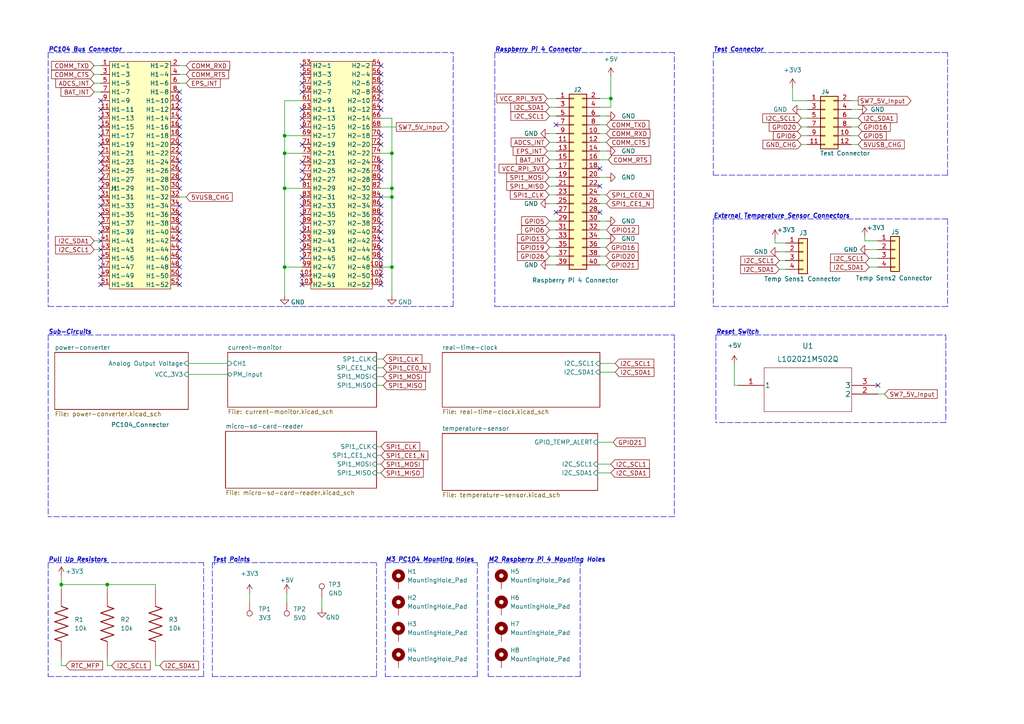
<source format=kicad_sch>
(kicad_sch (version 20211123) (generator eeschema)
  (paper "A4")
  (lib_symbols
    (symbol "Connector:TestPoint" (pin_numbers hide) (pin_names (offset 0.762) hide)
      (property "Reference" "TP" (at 0 6.858 0))
      (property "Value" "TestPoint" (at 0 5.08 0))
      (symbol "TestPoint_0_1"
        (circle (center 0 3.302) (radius 0.762))
      )
      (symbol "TestPoint_1_1"
        (pin passive line (at 0 0 90) (length 2.54) (name "1") (number "1"))
      )
    )
    (symbol "Connector_Generic:Conn_01x04" (pin_names (offset 1.016) hide)
      (property "Reference" "J" (at 0 5.08 0))
      (property "Value" "Conn_01x04" (at 0 -7.62 0))
      (symbol "Conn_01x04_1_1"
        (rectangle (start -1.27 -4.953) (end 0 -5.207) (stroke (width 0.1524)))
        (rectangle (start -1.27 -2.413) (end 0 -2.667) (stroke (width 0.1524)))
        (rectangle (start -1.27 0.127) (end 0 -0.127) (stroke (width 0.1524)))
        (rectangle (start -1.27 2.667) (end 0 2.413) (stroke (width 0.1524)))
        (rectangle (start -1.27 3.81) (end 1.27 -6.35) (stroke (width 0.254)) (fill (type background)))
        (pin passive line (at -5.08 2.54 0) (length 3.81) (name "Pin_1") (number "1"))
        (pin passive line (at -5.08 0 0) (length 3.81) (name "Pin_2") (number "2"))
        (pin passive line (at -5.08 -2.54 0) (length 3.81) (name "Pin_3") (number "3"))
        (pin passive line (at -5.08 -5.08 0) (length 3.81) (name "Pin_4") (number "4"))
      )
    )
    (symbol "Connector_Generic:Conn_02x06_Odd_Even" (pin_names (offset 1.016) hide)
      (property "Reference" "J" (at 1.27 7.62 0))
      (property "Value" "Conn_02x06_Odd_Even" (at 1.27 -10.16 0))
      (symbol "Conn_02x06_Odd_Even_1_1"
        (rectangle (start -1.27 -7.493) (end 0 -7.747) (stroke (width 0.1524)))
        (rectangle (start -1.27 -4.953) (end 0 -5.207) (stroke (width 0.1524)))
        (rectangle (start -1.27 -2.413) (end 0 -2.667) (stroke (width 0.1524)))
        (rectangle (start -1.27 0.127) (end 0 -0.127) (stroke (width 0.1524)))
        (rectangle (start -1.27 2.667) (end 0 2.413) (stroke (width 0.1524)))
        (rectangle (start -1.27 5.207) (end 0 4.953) (stroke (width 0.1524)))
        (rectangle (start -1.27 6.35) (end 3.81 -8.89) (stroke (width 0.254)) (fill (type background)))
        (rectangle (start 3.81 -7.493) (end 2.54 -7.747) (stroke (width 0.1524)))
        (rectangle (start 3.81 -4.953) (end 2.54 -5.207) (stroke (width 0.1524)))
        (rectangle (start 3.81 -2.413) (end 2.54 -2.667) (stroke (width 0.1524)))
        (rectangle (start 3.81 0.127) (end 2.54 -0.127) (stroke (width 0.1524)))
        (rectangle (start 3.81 2.667) (end 2.54 2.413) (stroke (width 0.1524)))
        (rectangle (start 3.81 5.207) (end 2.54 4.953) (stroke (width 0.1524)))
        (pin passive line (at -5.08 5.08 0) (length 3.81) (name "Pin_1") (number "1"))
        (pin passive line (at 7.62 -5.08 180) (length 3.81) (name "Pin_10") (number "10"))
        (pin passive line (at -5.08 -7.62 0) (length 3.81) (name "Pin_11") (number "11"))
        (pin passive line (at 7.62 -7.62 180) (length 3.81) (name "Pin_12") (number "12"))
        (pin passive line (at 7.62 5.08 180) (length 3.81) (name "Pin_2") (number "2"))
        (pin passive line (at -5.08 2.54 0) (length 3.81) (name "Pin_3") (number "3"))
        (pin passive line (at 7.62 2.54 180) (length 3.81) (name "Pin_4") (number "4"))
        (pin passive line (at -5.08 0 0) (length 3.81) (name "Pin_5") (number "5"))
        (pin passive line (at 7.62 0 180) (length 3.81) (name "Pin_6") (number "6"))
        (pin passive line (at -5.08 -2.54 0) (length 3.81) (name "Pin_7") (number "7"))
        (pin passive line (at 7.62 -2.54 180) (length 3.81) (name "Pin_8") (number "8"))
        (pin passive line (at -5.08 -5.08 0) (length 3.81) (name "Pin_9") (number "9"))
      )
    )
    (symbol "Connector_Generic:Conn_02x20_Odd_Even" (pin_names (offset 1.016) hide)
      (property "Reference" "J" (at 1.27 25.4 0))
      (property "Value" "Conn_02x20_Odd_Even" (at 1.27 -27.94 0))
      (symbol "Conn_02x20_Odd_Even_1_1"
        (rectangle (start -1.27 -25.273) (end 0 -25.527) (stroke (width 0.1524)))
        (rectangle (start -1.27 -22.733) (end 0 -22.987) (stroke (width 0.1524)))
        (rectangle (start -1.27 -20.193) (end 0 -20.447) (stroke (width 0.1524)))
        (rectangle (start -1.27 -17.653) (end 0 -17.907) (stroke (width 0.1524)))
        (rectangle (start -1.27 -15.113) (end 0 -15.367) (stroke (width 0.1524)))
        (rectangle (start -1.27 -12.573) (end 0 -12.827) (stroke (width 0.1524)))
        (rectangle (start -1.27 -10.033) (end 0 -10.287) (stroke (width 0.1524)))
        (rectangle (start -1.27 -7.493) (end 0 -7.747) (stroke (width 0.1524)))
        (rectangle (start -1.27 -4.953) (end 0 -5.207) (stroke (width 0.1524)))
        (rectangle (start -1.27 -2.413) (end 0 -2.667) (stroke (width 0.1524)))
        (rectangle (start -1.27 0.127) (end 0 -0.127) (stroke (width 0.1524)))
        (rectangle (start -1.27 2.667) (end 0 2.413) (stroke (width 0.1524)))
        (rectangle (start -1.27 5.207) (end 0 4.953) (stroke (width 0.1524)))
        (rectangle (start -1.27 7.747) (end 0 7.493) (stroke (width 0.1524)))
        (rectangle (start -1.27 10.287) (end 0 10.033) (stroke (width 0.1524)))
        (rectangle (start -1.27 12.827) (end 0 12.573) (stroke (width 0.1524)))
        (rectangle (start -1.27 15.367) (end 0 15.113) (stroke (width 0.1524)))
        (rectangle (start -1.27 17.907) (end 0 17.653) (stroke (width 0.1524)))
        (rectangle (start -1.27 20.447) (end 0 20.193) (stroke (width 0.1524)))
        (rectangle (start -1.27 22.987) (end 0 22.733) (stroke (width 0.1524)))
        (rectangle (start -1.27 24.13) (end 3.81 -26.67) (stroke (width 0.254)) (fill (type background)))
        (rectangle (start 3.81 -25.273) (end 2.54 -25.527) (stroke (width 0.1524)))
        (rectangle (start 3.81 -22.733) (end 2.54 -22.987) (stroke (width 0.1524)))
        (rectangle (start 3.81 -20.193) (end 2.54 -20.447) (stroke (width 0.1524)))
        (rectangle (start 3.81 -17.653) (end 2.54 -17.907) (stroke (width 0.1524)))
        (rectangle (start 3.81 -15.113) (end 2.54 -15.367) (stroke (width 0.1524)))
        (rectangle (start 3.81 -12.573) (end 2.54 -12.827) (stroke (width 0.1524)))
        (rectangle (start 3.81 -10.033) (end 2.54 -10.287) (stroke (width 0.1524)))
        (rectangle (start 3.81 -7.493) (end 2.54 -7.747) (stroke (width 0.1524)))
        (rectangle (start 3.81 -4.953) (end 2.54 -5.207) (stroke (width 0.1524)))
        (rectangle (start 3.81 -2.413) (end 2.54 -2.667) (stroke (width 0.1524)))
        (rectangle (start 3.81 0.127) (end 2.54 -0.127) (stroke (width 0.1524)))
        (rectangle (start 3.81 2.667) (end 2.54 2.413) (stroke (width 0.1524)))
        (rectangle (start 3.81 5.207) (end 2.54 4.953) (stroke (width 0.1524)))
        (rectangle (start 3.81 7.747) (end 2.54 7.493) (stroke (width 0.1524)))
        (rectangle (start 3.81 10.287) (end 2.54 10.033) (stroke (width 0.1524)))
        (rectangle (start 3.81 12.827) (end 2.54 12.573) (stroke (width 0.1524)))
        (rectangle (start 3.81 15.367) (end 2.54 15.113) (stroke (width 0.1524)))
        (rectangle (start 3.81 17.907) (end 2.54 17.653) (stroke (width 0.1524)))
        (rectangle (start 3.81 20.447) (end 2.54 20.193) (stroke (width 0.1524)))
        (rectangle (start 3.81 22.987) (end 2.54 22.733) (stroke (width 0.1524)))
        (pin passive line (at -5.08 22.86 0) (length 3.81) (name "Pin_1") (number "1"))
        (pin passive line (at 7.62 12.7 180) (length 3.81) (name "Pin_10") (number "10"))
        (pin passive line (at -5.08 10.16 0) (length 3.81) (name "Pin_11") (number "11"))
        (pin passive line (at 7.62 10.16 180) (length 3.81) (name "Pin_12") (number "12"))
        (pin passive line (at -5.08 7.62 0) (length 3.81) (name "Pin_13") (number "13"))
        (pin passive line (at 7.62 7.62 180) (length 3.81) (name "Pin_14") (number "14"))
        (pin passive line (at -5.08 5.08 0) (length 3.81) (name "Pin_15") (number "15"))
        (pin passive line (at 7.62 5.08 180) (length 3.81) (name "Pin_16") (number "16"))
        (pin passive line (at -5.08 2.54 0) (length 3.81) (name "Pin_17") (number "17"))
        (pin passive line (at 7.62 2.54 180) (length 3.81) (name "Pin_18") (number "18"))
        (pin passive line (at -5.08 0 0) (length 3.81) (name "Pin_19") (number "19"))
        (pin passive line (at 7.62 22.86 180) (length 3.81) (name "Pin_2") (number "2"))
        (pin passive line (at 7.62 0 180) (length 3.81) (name "Pin_20") (number "20"))
        (pin passive line (at -5.08 -2.54 0) (length 3.81) (name "Pin_21") (number "21"))
        (pin passive line (at 7.62 -2.54 180) (length 3.81) (name "Pin_22") (number "22"))
        (pin passive line (at -5.08 -5.08 0) (length 3.81) (name "Pin_23") (number "23"))
        (pin passive line (at 7.62 -5.08 180) (length 3.81) (name "Pin_24") (number "24"))
        (pin passive line (at -5.08 -7.62 0) (length 3.81) (name "Pin_25") (number "25"))
        (pin passive line (at 7.62 -7.62 180) (length 3.81) (name "Pin_26") (number "26"))
        (pin passive line (at -5.08 -10.16 0) (length 3.81) (name "Pin_27") (number "27"))
        (pin passive line (at 7.62 -10.16 180) (length 3.81) (name "Pin_28") (number "28"))
        (pin passive line (at -5.08 -12.7 0) (length 3.81) (name "Pin_29") (number "29"))
        (pin passive line (at -5.08 20.32 0) (length 3.81) (name "Pin_3") (number "3"))
        (pin passive line (at 7.62 -12.7 180) (length 3.81) (name "Pin_30") (number "30"))
        (pin passive line (at -5.08 -15.24 0) (length 3.81) (name "Pin_31") (number "31"))
        (pin passive line (at 7.62 -15.24 180) (length 3.81) (name "Pin_32") (number "32"))
        (pin passive line (at -5.08 -17.78 0) (length 3.81) (name "Pin_33") (number "33"))
        (pin passive line (at 7.62 -17.78 180) (length 3.81) (name "Pin_34") (number "34"))
        (pin passive line (at -5.08 -20.32 0) (length 3.81) (name "Pin_35") (number "35"))
        (pin passive line (at 7.62 -20.32 180) (length 3.81) (name "Pin_36") (number "36"))
        (pin passive line (at -5.08 -22.86 0) (length 3.81) (name "Pin_37") (number "37"))
        (pin passive line (at 7.62 -22.86 180) (length 3.81) (name "Pin_38") (number "38"))
        (pin passive line (at -5.08 -25.4 0) (length 3.81) (name "Pin_39") (number "39"))
        (pin passive line (at 7.62 20.32 180) (length 3.81) (name "Pin_4") (number "4"))
        (pin passive line (at 7.62 -25.4 180) (length 3.81) (name "Pin_40") (number "40"))
        (pin passive line (at -5.08 17.78 0) (length 3.81) (name "Pin_5") (number "5"))
        (pin passive line (at 7.62 17.78 180) (length 3.81) (name "Pin_6") (number "6"))
        (pin passive line (at -5.08 15.24 0) (length 3.81) (name "Pin_7") (number "7"))
        (pin passive line (at 7.62 15.24 180) (length 3.81) (name "Pin_8") (number "8"))
        (pin passive line (at -5.08 12.7 0) (length 3.81) (name "Pin_9") (number "9"))
      )
    )
    (symbol "Daughterboard_Symbols:L102021MS02Q" (pin_names (offset 0.254))
      (property "Reference" "U" (at 20.32 10.16 0))
      (property "Value" "L102021MS02Q" (at 20.32 7.62 0))
      (symbol "L102021MS02Q_1_1"
        (polyline (pts (xy 7.62 -7.62) (xy 33.02 -7.62)) (stroke (width 0.127)))
        (polyline (pts (xy 7.62 5.08) (xy 7.62 -7.62)) (stroke (width 0.127)))
        (polyline (pts (xy 33.02 -7.62) (xy 33.02 5.08)) (stroke (width 0.127)))
        (polyline (pts (xy 33.02 5.08) (xy 7.62 5.08)) (stroke (width 0.127)))
        (pin unspecified line (at 0 0 0) (length 7.62) (name "1") (number "1"))
        (pin unspecified line (at 40.64 -2.54 180) (length 7.62) (name "2") (number "2"))
        (pin unspecified line (at 40.64 0 180) (length 7.62) (name "3") (number "3"))
      )
    )
    (symbol "ESR03EZPF1002:ESR03EZPF1002" (pin_numbers hide) (pin_names (offset 1.016) hide)
      (property "Reference" "R" (at -7.62 2.54 0))
      (property "Value" "ESR03EZPF1002" (at -7.62 -5.08 0))
      (symbol "ESR03EZPF1002_0_0"
        (polyline (pts (xy -5.08 0) (xy -4.445 1.905)) (stroke (width 0.254)))
        (polyline (pts (xy -4.445 1.905) (xy -3.175 -1.905)) (stroke (width 0.254)))
        (polyline (pts (xy -3.175 -1.905) (xy -1.905 1.905)) (stroke (width 0.254)))
        (polyline (pts (xy -1.905 1.905) (xy -0.635 -1.905)) (stroke (width 0.254)))
        (polyline (pts (xy -0.635 -1.905) (xy 0.635 1.905)) (stroke (width 0.254)))
        (polyline (pts (xy 0.635 1.905) (xy 1.905 -1.905)) (stroke (width 0.254)))
        (polyline (pts (xy 1.905 -1.905) (xy 3.175 1.905)) (stroke (width 0.254)))
        (polyline (pts (xy 3.175 1.905) (xy 4.445 -1.905)) (stroke (width 0.254)))
        (polyline (pts (xy 4.445 -1.905) (xy 5.08 0)) (stroke (width 0.254)))
        (pin passive line (at -10.16 0 0) (length 5.08) (name "~") (number "1"))
        (pin passive line (at 10.16 0 180) (length 5.08) (name "~") (number "2"))
      )
    )
    (symbol "Mechanical:MountingHole_Pad" (pin_numbers hide) (pin_names (offset 1.016) hide)
      (property "Reference" "H" (at 0 6.35 0))
      (property "Value" "MountingHole_Pad" (at 0 4.445 0))
      (symbol "MountingHole_Pad_0_1"
        (circle (center 0 1.27) (radius 1.27) (stroke (width 1.27)))
      )
      (symbol "MountingHole_Pad_1_1"
        (pin input line (at 0 -2.54 90) (length 2.54) (name "1") (number "1"))
      )
    )
    (symbol "pc104-connector:pc104-connector"
      (property "Reference" "U" (at -36.83 36.83 0))
      (property "Value" "pc104-connector" (at -29.21 -31.75 0))
      (symbol "pc104-connector_0_1"
        (rectangle (start -38.1 35.56) (end -20.32 -30.48) (fill (type background)))
        (rectangle (start 20.32 35.56) (end 38.1 -30.48) (fill (type background)))
      )
      (symbol "pc104-connector_1_1"
        (pin bidirectional line (at -40.64 34.29 0) (length 2.54) (name "H1-1") (number "1"))
        (pin bidirectional line (at -17.78 24.13 180) (length 2.54) (name "H1-10") (number "10"))
        (pin bidirectional line (at 40.64 -24.13 180) (length 2.54) (name "H2-48") (number "100"))
        (pin bidirectional line (at 17.78 -26.67 0) (length 2.54) (name "H2-49") (number "101"))
        (pin bidirectional line (at 40.64 -26.67 180) (length 2.54) (name "H2-50") (number "102"))
        (pin bidirectional line (at 17.78 -29.21 0) (length 2.54) (name "H2-51") (number "103"))
        (pin bidirectional line (at 40.64 -29.21 180) (length 2.54) (name "H2-52") (number "104"))
        (pin bidirectional line (at -40.64 21.59 0) (length 2.54) (name "H1-11") (number "11"))
        (pin bidirectional line (at -17.78 21.59 180) (length 2.54) (name "H1-12") (number "12"))
        (pin bidirectional line (at -40.64 19.05 0) (length 2.54) (name "H1-13") (number "13"))
        (pin bidirectional line (at -17.78 19.05 180) (length 2.54) (name "H1-14") (number "14"))
        (pin bidirectional line (at -40.64 16.51 0) (length 2.54) (name "H1-15") (number "15"))
        (pin bidirectional line (at -17.78 16.51 180) (length 2.54) (name "H1-16") (number "16"))
        (pin bidirectional line (at -40.64 13.97 0) (length 2.54) (name "H1-17") (number "17"))
        (pin bidirectional line (at -17.78 13.97 180) (length 2.54) (name "H1-18") (number "18"))
        (pin bidirectional line (at -40.64 11.43 0) (length 2.54) (name "H1-19") (number "19"))
        (pin bidirectional line (at -17.78 34.29 180) (length 2.54) (name "H1-2") (number "2"))
        (pin bidirectional line (at -17.78 11.43 180) (length 2.54) (name "H1-20") (number "20"))
        (pin bidirectional line (at -40.64 8.89 0) (length 2.54) (name "H1-21") (number "21"))
        (pin bidirectional line (at -17.78 8.89 180) (length 2.54) (name "H1-22") (number "22"))
        (pin bidirectional line (at -40.64 6.35 0) (length 2.54) (name "H1-23") (number "23"))
        (pin bidirectional line (at -17.78 6.35 180) (length 2.54) (name "H1-24") (number "24"))
        (pin bidirectional line (at -40.64 3.81 0) (length 2.54) (name "H1-25") (number "25"))
        (pin bidirectional line (at -17.78 3.81 180) (length 2.54) (name "H1-26") (number "26"))
        (pin bidirectional line (at -40.64 1.27 0) (length 2.54) (name "H1-27") (number "27"))
        (pin bidirectional line (at -17.78 1.27 180) (length 2.54) (name "H1-28") (number "28"))
        (pin bidirectional line (at -40.64 -1.27 0) (length 2.54) (name "H1-29") (number "29"))
        (pin bidirectional line (at -40.64 31.75 0) (length 2.54) (name "H1-3") (number "3"))
        (pin bidirectional line (at -17.78 -1.27 180) (length 2.54) (name "H1-30") (number "30"))
        (pin bidirectional line (at -40.64 -3.81 0) (length 2.54) (name "H1-31") (number "31"))
        (pin bidirectional line (at -17.78 -3.81 180) (length 2.54) (name "H1-32") (number "32"))
        (pin bidirectional line (at -40.64 -6.35 0) (length 2.54) (name "H1-33") (number "33"))
        (pin bidirectional line (at -17.78 -6.35 180) (length 2.54) (name "H1-34") (number "34"))
        (pin bidirectional line (at -40.64 -8.89 0) (length 2.54) (name "H1-35") (number "35"))
        (pin bidirectional line (at -17.78 -8.89 180) (length 2.54) (name "H1-36") (number "36"))
        (pin bidirectional line (at -40.64 -11.43 0) (length 2.54) (name "H1-37") (number "37"))
        (pin bidirectional line (at -17.78 -11.43 180) (length 2.54) (name "H1-38") (number "38"))
        (pin bidirectional line (at -40.64 -13.97 0) (length 2.54) (name "H1-39") (number "39"))
        (pin bidirectional line (at -17.78 31.75 180) (length 2.54) (name "H1-4") (number "4"))
        (pin bidirectional line (at -17.78 -13.97 180) (length 2.54) (name "H1-40") (number "40"))
        (pin bidirectional line (at -40.64 -16.51 0) (length 2.54) (name "H1-41") (number "41"))
        (pin bidirectional line (at -17.78 -16.51 180) (length 2.54) (name "H1-42") (number "42"))
        (pin bidirectional line (at -40.64 -19.05 0) (length 2.54) (name "H1-43") (number "43"))
        (pin bidirectional line (at -17.78 -19.05 180) (length 2.54) (name "H1-44") (number "44"))
        (pin bidirectional line (at -40.64 -21.59 0) (length 2.54) (name "H1-45") (number "45"))
        (pin bidirectional line (at -17.78 -21.59 180) (length 2.54) (name "H1-46") (number "46"))
        (pin bidirectional line (at -40.64 -24.13 0) (length 2.54) (name "H1-47") (number "47"))
        (pin bidirectional line (at -17.78 -24.13 180) (length 2.54) (name "H1-48") (number "48"))
        (pin bidirectional line (at -40.64 -26.67 0) (length 2.54) (name "H1-49") (number "49"))
        (pin bidirectional line (at -40.64 29.21 0) (length 2.54) (name "H1-5") (number "5"))
        (pin bidirectional line (at -17.78 -26.67 180) (length 2.54) (name "H1-50") (number "50"))
        (pin bidirectional line (at -40.64 -29.21 0) (length 2.54) (name "H1-51") (number "51"))
        (pin bidirectional line (at -17.78 -29.21 180) (length 2.54) (name "H1-52") (number "52"))
        (pin bidirectional line (at 17.78 34.29 0) (length 2.54) (name "H2-1") (number "53"))
        (pin bidirectional line (at 40.64 34.29 180) (length 2.54) (name "H2-2") (number "54"))
        (pin bidirectional line (at 17.78 31.75 0) (length 2.54) (name "H3-3") (number "55"))
        (pin bidirectional line (at 40.64 31.75 180) (length 2.54) (name "H2-4") (number "56"))
        (pin bidirectional line (at 17.78 29.21 0) (length 2.54) (name "H2-5") (number "57"))
        (pin bidirectional line (at 40.64 29.21 180) (length 2.54) (name "H2-6") (number "58"))
        (pin bidirectional line (at 17.78 26.67 0) (length 2.54) (name "H2-7") (number "59"))
        (pin bidirectional line (at -17.78 29.21 180) (length 2.54) (name "H1-6") (number "6"))
        (pin bidirectional line (at 40.64 26.67 180) (length 2.54) (name "H2-8") (number "60"))
        (pin bidirectional line (at 17.78 24.13 0) (length 2.54) (name "H2-9") (number "61"))
        (pin bidirectional line (at 40.64 24.13 180) (length 2.54) (name "H2-10") (number "62"))
        (pin bidirectional line (at 17.78 21.59 0) (length 2.54) (name "H2-11") (number "63"))
        (pin bidirectional line (at 40.64 21.59 180) (length 2.54) (name "H2-12") (number "64"))
        (pin bidirectional line (at 17.78 19.05 0) (length 2.54) (name "H2-13") (number "65"))
        (pin bidirectional line (at 40.64 19.05 180) (length 2.54) (name "H2-14") (number "66"))
        (pin bidirectional line (at 17.78 16.51 0) (length 2.54) (name "H2-15") (number "67"))
        (pin bidirectional line (at 40.64 16.51 180) (length 2.54) (name "H2-16") (number "68"))
        (pin bidirectional line (at 17.78 13.97 0) (length 2.54) (name "H2-17") (number "69"))
        (pin bidirectional line (at -40.64 26.67 0) (length 2.54) (name "H1-7") (number "7"))
        (pin bidirectional line (at 40.64 13.97 180) (length 2.54) (name "H2-18") (number "70"))
        (pin bidirectional line (at 17.78 11.43 0) (length 2.54) (name "H2-19") (number "71"))
        (pin bidirectional line (at 40.64 11.43 180) (length 2.54) (name "H2-20") (number "72"))
        (pin bidirectional line (at 17.78 8.89 0) (length 2.54) (name "H2-21") (number "73"))
        (pin bidirectional line (at 40.64 8.89 180) (length 2.54) (name "H2-22") (number "74"))
        (pin bidirectional line (at 17.78 6.35 0) (length 2.54) (name "H2-23") (number "75"))
        (pin bidirectional line (at 40.64 6.35 180) (length 2.54) (name "H2-24") (number "76"))
        (pin bidirectional line (at 17.78 3.81 0) (length 2.54) (name "H2-25") (number "77"))
        (pin bidirectional line (at 40.64 3.81 180) (length 2.54) (name "H2-26") (number "78"))
        (pin bidirectional line (at 17.78 1.27 0) (length 2.54) (name "H2-27") (number "79"))
        (pin bidirectional line (at -17.78 26.67 180) (length 2.54) (name "H1-8") (number "8"))
        (pin bidirectional line (at 40.64 1.27 180) (length 2.54) (name "H2-28") (number "80"))
        (pin bidirectional line (at 17.78 -1.27 0) (length 2.54) (name "H2-29") (number "81"))
        (pin bidirectional line (at 40.64 -1.27 180) (length 2.54) (name "H2-30") (number "82"))
        (pin bidirectional line (at 17.78 -3.81 0) (length 2.54) (name "H2-31") (number "83"))
        (pin bidirectional line (at 40.64 -3.81 180) (length 2.54) (name "H2-32") (number "84"))
        (pin bidirectional line (at 17.78 -6.35 0) (length 2.54) (name "H2-33") (number "85"))
        (pin bidirectional line (at 40.64 -6.35 180) (length 2.54) (name "H2-34") (number "86"))
        (pin bidirectional line (at 17.78 -8.89 0) (length 2.54) (name "H2-35") (number "87"))
        (pin bidirectional line (at 40.64 -8.89 180) (length 2.54) (name "H2-36") (number "88"))
        (pin bidirectional line (at 17.78 -11.43 0) (length 2.54) (name "H2-37") (number "89"))
        (pin bidirectional line (at -40.64 24.13 0) (length 2.54) (name "H1-9") (number "9"))
        (pin bidirectional line (at 40.64 -11.43 180) (length 2.54) (name "H2-38") (number "90"))
        (pin bidirectional line (at 17.78 -13.97 0) (length 2.54) (name "H2-39") (number "91"))
        (pin bidirectional line (at 40.64 -13.97 180) (length 2.54) (name "H2-40") (number "92"))
        (pin bidirectional line (at 17.78 -16.51 0) (length 2.54) (name "H2-41") (number "93"))
        (pin bidirectional line (at 40.64 -16.51 180) (length 2.54) (name "H2-42") (number "94"))
        (pin bidirectional line (at 17.78 -19.05 0) (length 2.54) (name "H2-43") (number "95"))
        (pin bidirectional line (at 40.64 -19.05 180) (length 2.54) (name "H2-44") (number "96"))
        (pin bidirectional line (at 17.78 -21.59 0) (length 2.54) (name "H2-45") (number "97"))
        (pin bidirectional line (at 40.64 -21.59 180) (length 2.54) (name "H2-46") (number "98"))
        (pin bidirectional line (at 17.78 -24.13 0) (length 2.54) (name "H2-47") (number "99"))
      )
    )
    (symbol "power:+3V3" (power) (pin_names (offset 0))
      (property "Value" "+3V3" (at 0 3.556 0))
      (symbol "+3V3_0_1"
        (polyline (pts (xy -0.762 1.27) (xy 0 2.54)))
        (polyline (pts (xy 0 0) (xy 0 2.54)))
        (polyline (pts (xy 0 2.54) (xy 0.762 1.27)))
      )
      (symbol "+3V3_1_1"
        (pin power_in line (at 0 0 90) (length 0) hide (name "+3V3") (number "1"))
      )
    )
    (symbol "power:+5V" (power) (pin_names (offset 0))
      (property "Value" "+5V" (at 0 3.556 0))
      (symbol "+5V_0_1"
        (polyline (pts (xy -0.762 1.27) (xy 0 2.54)))
        (polyline (pts (xy 0 0) (xy 0 2.54)))
        (polyline (pts (xy 0 2.54) (xy 0.762 1.27)))
      )
      (symbol "+5V_1_1"
        (pin power_in line (at 0 0 90) (length 0) hide (name "+5V") (number "1"))
      )
    )
    (symbol "power:GND" (power) (pin_names (offset 0))
      (property "Value" "GND" (at 0 -3.81 0))
      (symbol "GND_0_1"
        (polyline (pts (xy 0 0) (xy 0 -1.27) (xy 1.27 -1.27) (xy 0 -2.54) (xy -1.27 -1.27) (xy 0 -1.27)))
      )
      (symbol "GND_1_1"
        (pin power_in line (at 0 0 270) (length 0) hide (name "GND") (number "1"))
      )
    )
  )
  (junction (at 177.165 28.575))
  (junction (at 113.665 77.47))
  (junction (at 113.665 44.45))
  (junction (at 113.665 54.61))
  (junction (at 82.55 54.61))
  (junction (at 17.78 169.545))
  (junction (at 113.665 57.15))
  (junction (at 82.55 77.47))
  (junction (at 82.55 44.45))
  (junction (at 31.115 169.545))
  (junction (at 82.55 39.37))
  (no_connect (at 52.07 26.67))
  (no_connect (at 29.21 44.45))
  (no_connect (at 52.07 44.45))
  (no_connect (at 52.07 41.91))
  (no_connect (at 52.07 39.37))
  (no_connect (at 52.07 36.83))
  (no_connect (at 52.07 34.29))
  (no_connect (at 52.07 31.75))
  (no_connect (at 29.21 69.85))
  (no_connect (at 29.21 46.99))
  (no_connect (at 29.21 72.39))
  (no_connect (at 29.21 59.69))
  (no_connect (at 29.21 62.23))
  (no_connect (at 29.21 64.77))
  (no_connect (at 29.21 67.31))
  (no_connect (at 29.21 74.93))
  (no_connect (at 29.21 77.47))
  (no_connect (at 29.21 80.01))
  (no_connect (at 29.21 82.55))
  (no_connect (at 52.07 82.55))
  (no_connect (at 52.07 77.47))
  (no_connect (at 52.07 74.93))
  (no_connect (at 52.07 72.39))
  (no_connect (at 52.07 69.85))
  (no_connect (at 52.07 67.31))
  (no_connect (at 52.07 64.77))
  (no_connect (at 52.07 62.23))
  (no_connect (at 52.07 59.69))
  (no_connect (at 29.21 49.53))
  (no_connect (at 29.21 52.07))
  (no_connect (at 29.21 54.61))
  (no_connect (at 29.21 57.15))
  (no_connect (at 52.07 54.61))
  (no_connect (at 52.07 52.07))
  (no_connect (at 52.07 49.53))
  (no_connect (at 52.07 46.99))
  (no_connect (at 52.07 80.01))
  (no_connect (at 87.63 69.85))
  (no_connect (at 87.63 59.69))
  (no_connect (at 87.63 62.23))
  (no_connect (at 87.63 64.77))
  (no_connect (at 87.63 74.93))
  (no_connect (at 87.63 46.99))
  (no_connect (at 87.63 49.53))
  (no_connect (at 87.63 52.07))
  (no_connect (at 87.63 57.15))
  (no_connect (at 87.63 67.31))
  (no_connect (at 87.63 72.39))
  (no_connect (at 87.63 80.01))
  (no_connect (at 87.63 82.55))
  (no_connect (at 110.49 82.55))
  (no_connect (at 110.49 80.01))
  (no_connect (at 110.49 74.93))
  (no_connect (at 110.49 72.39))
  (no_connect (at 110.49 69.85))
  (no_connect (at 110.49 62.23))
  (no_connect (at 110.49 59.69))
  (no_connect (at 110.49 52.07))
  (no_connect (at 254.635 111.76))
  (no_connect (at 52.07 29.21))
  (no_connect (at 87.63 31.75))
  (no_connect (at 87.63 34.29))
  (no_connect (at 87.63 36.83))
  (no_connect (at 87.63 41.91))
  (no_connect (at 87.63 19.05))
  (no_connect (at 87.63 21.59))
  (no_connect (at 87.63 24.13))
  (no_connect (at 87.63 26.67))
  (no_connect (at 110.49 41.91))
  (no_connect (at 110.49 39.37))
  (no_connect (at 110.49 31.75))
  (no_connect (at 110.49 29.21))
  (no_connect (at 110.49 26.67))
  (no_connect (at 110.49 24.13))
  (no_connect (at 110.49 21.59))
  (no_connect (at 110.49 19.05))
  (no_connect (at 173.99 48.895))
  (no_connect (at 161.29 36.195))
  (no_connect (at 29.21 29.21))
  (no_connect (at 29.21 31.75))
  (no_connect (at 29.21 34.29))
  (no_connect (at 29.21 36.83))
  (no_connect (at 29.21 39.37))
  (no_connect (at 29.21 41.91))
  (no_connect (at 173.99 53.975))
  (no_connect (at 173.99 61.595))
  (no_connect (at 161.29 61.595))
  (no_connect (at 110.49 67.31))
  (no_connect (at 110.49 57.15))
  (no_connect (at 110.49 64.77))
  (no_connect (at 110.49 49.53))
  (no_connect (at 110.49 46.99))
  (no_connect (at 110.49 77.47))
  (wire (pts (xy 17.78 191.135) (xy 17.78 193.04)))
  (wire (pts (xy 110.49 54.61) (xy 113.665 54.61)))
  (wire (pts (xy 232.41 39.37) (xy 234.188 39.37)))
  (wire (pts (xy 177.165 28.575) (xy 177.165 22.225)))
  (polyline (pts (xy 206.883 15.24) (xy 206.883 50.8)))
  (wire (pts (xy 252.095 72.39) (xy 254.508 72.39)))
  (wire (pts (xy 27.305 72.39) (xy 29.21 72.39)))
  (polyline (pts (xy 195.58 88.9) (xy 195.58 15.24)))
  (wire (pts (xy 27.305 21.59) (xy 29.21 21.59)))
  (polyline (pts (xy 141.605 196.215) (xy 168.275 196.215)))
  (polyline (pts (xy 61.595 196.215) (xy 109.22 196.215)))
  (wire (pts (xy 226.06 75.565) (xy 227.838 75.565)))
  (wire (pts (xy 175.895 51.435) (xy 173.99 51.435)))
  (wire (pts (xy 248.92 41.91) (xy 246.888 41.91)))
  (polyline (pts (xy 13.97 15.24) (xy 13.97 88.9)))
  (wire (pts (xy 113.665 77.47) (xy 113.665 85.725)))
  (wire (pts (xy 232.41 31.75) (xy 234.188 31.75)))
  (wire (pts (xy 82.55 29.21) (xy 87.63 29.21)))
  (wire (pts (xy 17.78 167.005) (xy 17.78 169.545)))
  (wire (pts (xy 27.305 19.05) (xy 29.21 19.05)))
  (wire (pts (xy 175.895 59.055) (xy 173.99 59.055)))
  (wire (pts (xy 175.895 41.275) (xy 173.99 41.275)))
  (wire (pts (xy 250.825 68.58) (xy 250.825 69.85)))
  (wire (pts (xy 256.54 114.3) (xy 254.635 114.3)))
  (wire (pts (xy 159.385 33.655) (xy 161.29 33.655)))
  (wire (pts (xy 175.895 69.215) (xy 173.99 69.215)))
  (wire (pts (xy 173.99 107.95) (xy 178.435 107.95)))
  (wire (pts (xy 173.99 31.115) (xy 177.165 31.115)))
  (wire (pts (xy 82.55 77.47) (xy 82.55 85.725)))
  (polyline (pts (xy 61.595 163.195) (xy 109.22 163.195)))
  (wire (pts (xy 52.07 19.05) (xy 53.975 19.05)))
  (polyline (pts (xy 61.595 163.195) (xy 61.595 196.215)))
  (wire (pts (xy 224.79 69.215) (xy 224.79 70.485)))
  (polyline (pts (xy 143.51 15.24) (xy 143.51 15.24)))
  (polyline (pts (xy 143.51 15.24) (xy 143.51 88.9)))
  (wire (pts (xy 173.355 134.62) (xy 177.165 134.62)))
  (wire (pts (xy 232.41 36.83) (xy 234.188 36.83)))
  (polyline (pts (xy 59.055 196.215) (xy 59.055 163.195)))
  (wire (pts (xy 45.085 169.545) (xy 45.085 170.815)))
  (wire (pts (xy 82.55 77.47) (xy 87.63 77.47)))
  (wire (pts (xy 110.49 36.83) (xy 114.935 36.83)))
  (polyline (pts (xy 274.828 63.5) (xy 274.828 88.9)))
  (wire (pts (xy 45.085 193.04) (xy 45.085 191.135)))
  (wire (pts (xy 82.55 54.61) (xy 87.63 54.61)))
  (wire (pts (xy 82.55 29.21) (xy 82.55 39.37)))
  (wire (pts (xy 175.768 76.835) (xy 173.99 76.835)))
  (wire (pts (xy 175.895 56.515) (xy 173.99 56.515)))
  (wire (pts (xy 175.895 33.655) (xy 173.99 33.655)))
  (polyline (pts (xy 195.58 149.86) (xy 13.97 149.86)))
  (wire (pts (xy 248.92 34.29) (xy 246.888 34.29)))
  (wire (pts (xy 213.995 111.76) (xy 212.979 111.76)))
  (wire (pts (xy 248.92 39.37) (xy 246.888 39.37)))
  (polyline (pts (xy 111.76 163.195) (xy 111.76 196.215)))
  (wire (pts (xy 252.095 74.93) (xy 254.508 74.93)))
  (wire (pts (xy 159.385 48.895) (xy 161.29 48.895)))
  (polyline (pts (xy 207.645 97.155) (xy 207.645 122.555)))
  (polyline (pts (xy 13.97 88.9) (xy 131.445 88.9)))
  (wire (pts (xy 45.085 193.04) (xy 46.355 193.04)))
  (polyline (pts (xy 206.883 15.24) (xy 274.828 15.24)))
  (wire (pts (xy 17.78 170.815) (xy 17.78 169.545)))
  (wire (pts (xy 229.87 29.21) (xy 234.188 29.21)))
  (polyline (pts (xy 138.43 196.215) (xy 138.43 163.195)))
  (wire (pts (xy 110.49 34.29) (xy 113.665 34.29)))
  (polyline (pts (xy 13.97 163.195) (xy 13.97 196.215)))
  (wire (pts (xy 159.385 69.215) (xy 161.29 69.215)))
  (wire (pts (xy 110.49 57.15) (xy 113.665 57.15)))
  (wire (pts (xy 175.895 38.735) (xy 173.99 38.735)))
  (wire (pts (xy 52.07 21.59) (xy 53.975 21.59)))
  (wire (pts (xy 109.22 111.76) (xy 111.125 111.76)))
  (polyline (pts (xy 206.883 50.8) (xy 274.828 50.8)))
  (polyline (pts (xy 206.883 63.5) (xy 206.883 88.9)))
  (wire (pts (xy 17.78 169.545) (xy 31.115 169.545)))
  (wire (pts (xy 232.41 34.29) (xy 234.188 34.29)))
  (polyline (pts (xy 141.605 163.195) (xy 168.275 163.195)))
  (wire (pts (xy 159.385 76.835) (xy 161.29 76.835)))
  (wire (pts (xy 83.185 172.085) (xy 83.185 174.625)))
  (wire (pts (xy 175.768 71.755) (xy 173.99 71.755)))
  (wire (pts (xy 173.355 128.27) (xy 177.8 128.27)))
  (polyline (pts (xy 168.275 196.215) (xy 168.275 163.195)))
  (wire (pts (xy 159.258 56.515) (xy 161.29 56.515)))
  (polyline (pts (xy 13.97 97.155) (xy 195.58 97.155)))
  (polyline (pts (xy 13.97 163.195) (xy 59.055 163.195)))
  (wire (pts (xy 159.385 31.115) (xy 161.29 31.115)))
  (wire (pts (xy 248.92 29.21) (xy 246.888 29.21)))
  (wire (pts (xy 248.92 31.75) (xy 246.888 31.75)))
  (wire (pts (xy 109.22 106.68) (xy 111.125 106.68)))
  (polyline (pts (xy 195.58 97.155) (xy 195.58 149.86)))
  (wire (pts (xy 110.49 77.47) (xy 113.665 77.47)))
  (wire (pts (xy 54.61 105.41) (xy 66.04 105.41)))
  (polyline (pts (xy 207.645 97.155) (xy 274.32 97.155)))
  (wire (pts (xy 175.895 66.675) (xy 173.99 66.675)))
  (wire (pts (xy 72.39 172.085) (xy 72.39 174.625)))
  (polyline (pts (xy 195.58 15.24) (xy 143.51 15.24)))
  (wire (pts (xy 159.258 53.975) (xy 161.29 53.975)))
  (wire (pts (xy 159.385 46.355) (xy 161.29 46.355)))
  (wire (pts (xy 27.305 24.13) (xy 29.21 24.13)))
  (polyline (pts (xy 274.828 88.9) (xy 206.883 88.9)))
  (wire (pts (xy 226.06 78.105) (xy 227.838 78.105)))
  (polyline (pts (xy 13.97 97.155) (xy 13.97 149.86)))
  (wire (pts (xy 109.22 137.16) (xy 110.49 137.16)))
  (wire (pts (xy 109.22 109.22) (xy 111.125 109.22)))
  (wire (pts (xy 31.115 169.545) (xy 45.085 169.545)))
  (wire (pts (xy 109.22 104.14) (xy 111.125 104.14)))
  (wire (pts (xy 175.895 36.195) (xy 173.99 36.195)))
  (wire (pts (xy 224.79 70.485) (xy 227.838 70.485)))
  (polyline (pts (xy 109.22 196.215) (xy 109.22 163.195)))
  (wire (pts (xy 27.305 26.67) (xy 29.21 26.67)))
  (wire (pts (xy 31.115 191.135) (xy 31.115 193.04)))
  (wire (pts (xy 113.665 57.15) (xy 113.665 77.47)))
  (wire (pts (xy 113.665 44.45) (xy 113.665 54.61)))
  (wire (pts (xy 252.095 77.47) (xy 254.508 77.47)))
  (polyline (pts (xy 141.605 163.195) (xy 141.605 196.215)))
  (wire (pts (xy 229.87 25.4) (xy 229.87 29.21)))
  (wire (pts (xy 109.22 132.08) (xy 110.49 132.08)))
  (wire (pts (xy 175.768 74.295) (xy 173.99 74.295)))
  (polyline (pts (xy 111.76 196.215) (xy 138.43 196.215)))
  (wire (pts (xy 248.92 36.83) (xy 246.888 36.83)))
  (wire (pts (xy 52.07 57.15) (xy 53.975 57.15)))
  (wire (pts (xy 177.165 31.115) (xy 177.165 28.575)))
  (wire (pts (xy 17.78 193.04) (xy 19.05 193.04)))
  (polyline (pts (xy 206.883 63.5) (xy 274.828 63.5)))
  (polyline (pts (xy 62.23 163.195) (xy 62.23 163.83)))
  (wire (pts (xy 173.355 137.16) (xy 177.165 137.16)))
  (wire (pts (xy 110.49 44.45) (xy 113.665 44.45)))
  (wire (pts (xy 212.979 111.76) (xy 212.979 105.664)))
  (wire (pts (xy 159.385 71.755) (xy 161.29 71.755)))
  (wire (pts (xy 158.75 28.575) (xy 161.29 28.575)))
  (wire (pts (xy 232.41 41.91) (xy 234.188 41.91)))
  (polyline (pts (xy 274.32 122.555) (xy 207.645 122.555)))
  (polyline (pts (xy 143.51 88.9) (xy 195.58 88.9)))
  (polyline (pts (xy 13.97 196.215) (xy 59.055 196.215)))
  (wire (pts (xy 54.61 108.585) (xy 66.04 108.585)))
  (wire (pts (xy 159.258 51.435) (xy 161.29 51.435)))
  (wire (pts (xy 52.07 24.13) (xy 53.975 24.13)))
  (wire (pts (xy 113.665 54.61) (xy 113.665 57.15)))
  (wire (pts (xy 250.825 69.85) (xy 254.508 69.85)))
  (wire (pts (xy 82.55 39.37) (xy 82.55 44.45)))
  (wire (pts (xy 82.55 44.45) (xy 82.55 54.61)))
  (wire (pts (xy 175.895 43.815) (xy 173.99 43.815)))
  (wire (pts (xy 159.385 66.675) (xy 161.29 66.675)))
  (wire (pts (xy 159.385 41.275) (xy 161.29 41.275)))
  (wire (pts (xy 31.115 193.04) (xy 32.385 193.04)))
  (polyline (pts (xy 274.828 50.8) (xy 274.828 15.24)))
  (wire (pts (xy 93.345 176.53) (xy 93.345 173.355)))
  (wire (pts (xy 82.55 44.45) (xy 87.63 44.45)))
  (wire (pts (xy 158.75 43.815) (xy 161.29 43.815)))
  (wire (pts (xy 159.385 74.295) (xy 161.29 74.295)))
  (polyline (pts (xy 274.32 97.155) (xy 274.32 122.555)))
  (wire (pts (xy 226.06 73.025) (xy 227.838 73.025)))
  (polyline (pts (xy 13.97 15.24) (xy 131.445 15.24)))
  (polyline (pts (xy 131.445 88.9) (xy 131.445 15.24)))
  (wire (pts (xy 31.115 169.545) (xy 31.115 170.815)))
  (polyline (pts (xy 111.76 163.195) (xy 138.43 163.195)))
  (wire (pts (xy 159.385 59.055) (xy 161.29 59.055)))
  (wire (pts (xy 82.55 39.37) (xy 87.63 39.37)))
  (wire (pts (xy 159.385 38.735) (xy 161.29 38.735)))
  (wire (pts (xy 175.895 64.135) (xy 173.99 64.135)))
  (wire (pts (xy 109.22 134.62) (xy 110.49 134.62)))
  (wire (pts (xy 27.305 69.85) (xy 29.21 69.85)))
  (wire (pts (xy 113.665 34.29) (xy 113.665 44.45)))
  (wire (pts (xy 82.55 54.61) (xy 82.55 77.47)))
  (wire (pts (xy 109.22 129.54) (xy 110.49 129.54)))
  (wire (pts (xy 159.385 64.135) (xy 161.29 64.135)))
  (wire (pts (xy 176.403 46.355) (xy 173.99 46.355)))
  (wire (pts (xy 173.99 28.575) (xy 177.165 28.575)))
  (wire (pts (xy 173.99 105.41) (xy 178.435 105.41)))
  (text "M3 PC104 Mounting Holes\n" (at 111.76 163.195 0) (effects (font (size 1.27 1.27) (thickness 0.254) bold italic) (justify left bottom)))
  (text "Test Points" (at 61.595 163.195 0) (effects (font (size 1.27 1.27) (thickness 0.254) bold italic) (justify left bottom)))
  (text "Raspberry Pi 4 Connector" (at 143.51 15.24 0) (effects (font (size 1.27 1.27) bold italic) (justify left bottom)))
  (text "External Temperature Sensor Connectors\n" (at 206.883 63.5 0) (effects (font (size 1.27 1.27) bold italic) (justify left bottom)))
  (text "Reset Switch" (at 207.645 97.155 0) (effects (font (size 1.27 1.27) bold italic) (justify left bottom)))
  (text "M2 Raspberry Pi 4 Mounting Holes\n" (at 141.605 163.195 0) (effects (font (size 1.27 1.27) (thickness 0.254) bold italic) (justify left bottom)))
  (text "Test Connector" (at 206.883 15.24 0) (effects (font (size 1.27 1.27) bold italic) (justify left bottom)))
  (text "Sub-Circuits" (at 13.97 97.155 0) (effects (font (size 1.27 1.27) (thickness 0.254) bold italic) (justify left bottom)))
  (text "PC104 Bus Connector" (at 13.97 15.24 0) (effects (font (size 1.27 1.27) (thickness 0.254) bold italic) (justify left bottom)))
  (text "Pull Up Resistors" (at 13.97 163.195 0) (effects (font (size 1.27 1.27) (thickness 0.254) bold italic) (justify left bottom)))
  (global_label "SPI1_CLK" (shape input) (at 110.49 129.54 0) (property "Intersheet References" "${INTERSHEET_REFS}" (effects hide)))
  (global_label "GPIO21" (shape input) (at 177.8 128.27 0) (property "Intersheet References" "${INTERSHEET_REFS}" (effects hide)))
  (global_label "BAT_INT" (shape input) (at 159.385 46.355 180) (property "Intersheet References" "${INTERSHEET_REFS}" (effects hide)))
  (global_label "COMM_TXD" (shape input) (at 27.305 19.05 180) (property "Intersheet References" "${INTERSHEET_REFS}" (effects hide)))
  (global_label "GPIO20" (shape input) (at 232.41 36.83 180) (property "Intersheet References" "${INTERSHEET_REFS}" (effects hide)))
  (global_label "COMM_RTS" (shape input) (at 53.975 21.59 0) (property "Intersheet References" "${INTERSHEET_REFS}" (effects hide)))
  (global_label "GPIO13" (shape input) (at 159.385 69.215 180) (property "Intersheet References" "${INTERSHEET_REFS}" (effects hide)))
  (global_label "GPIO5" (shape input) (at 248.92 39.37 0) (property "Intersheet References" "${INTERSHEET_REFS}" (effects hide)))
  (global_label "RTC_MFP" (shape input) (at 19.05 193.04 0) (property "Intersheet References" "${INTERSHEET_REFS}" (effects hide)))
  (global_label "SW7_5V_Input" (shape output) (at 114.935 36.83 0) (property "Intersheet References" "${INTERSHEET_REFS}" (effects hide)))
  (global_label "EPS_INT" (shape input) (at 53.975 24.13 0) (property "Intersheet References" "${INTERSHEET_REFS}" (effects hide)))
  (global_label "GPIO12" (shape input) (at 175.895 66.675 0) (property "Intersheet References" "${INTERSHEET_REFS}" (effects hide)))
  (global_label "GPIO20" (shape input) (at 175.768 74.295 0) (property "Intersheet References" "${INTERSHEET_REFS}" (effects hide)))
  (global_label "I2C_SDA1" (shape input) (at 177.165 137.16 0) (property "Intersheet References" "${INTERSHEET_REFS}" (effects hide)))
  (global_label "SPI1_CE0_N" (shape input) (at 175.895 56.515 0) (property "Intersheet References" "${INTERSHEET_REFS}" (effects hide)))
  (global_label "I2C_SCL1" (shape input) (at 178.435 105.41 0) (property "Intersheet References" "${INTERSHEET_REFS}" (effects hide)))
  (global_label "COMM_RXD" (shape input) (at 53.975 19.05 0) (property "Intersheet References" "${INTERSHEET_REFS}" (effects hide)))
  (global_label "I2C_SCL1" (shape input) (at 252.095 74.93 180) (property "Intersheet References" "${INTERSHEET_REFS}" (effects hide)))
  (global_label "BAT_INT" (shape input) (at 27.305 26.67 180) (property "Intersheet References" "${INTERSHEET_REFS}" (effects hide)))
  (global_label "I2C_SCL1" (shape input) (at 159.385 33.655 180) (property "Intersheet References" "${INTERSHEET_REFS}" (effects hide)))
  (global_label "GPIO5" (shape input) (at 159.385 64.135 180) (property "Intersheet References" "${INTERSHEET_REFS}" (effects hide)))
  (global_label "GPIO6" (shape input) (at 232.41 39.37 180) (property "Intersheet References" "${INTERSHEET_REFS}" (effects hide)))
  (global_label "COMM_CTS" (shape input) (at 27.305 21.59 180) (property "Intersheet References" "${INTERSHEET_REFS}" (effects hide)))
  (global_label "SPI1_CLK" (shape input) (at 159.258 56.515 180) (property "Intersheet References" "${INTERSHEET_REFS}" (effects hide)))
  (global_label "GPIO21" (shape input) (at 175.768 76.835 0) (property "Intersheet References" "${INTERSHEET_REFS}" (effects hide)))
  (global_label "I2C_SDA1" (shape input) (at 248.92 34.29 0) (property "Intersheet References" "${INTERSHEET_REFS}" (effects hide)))
  (global_label "SPI1_CE1_N" (shape input) (at 175.895 59.055 0) (property "Intersheet References" "${INTERSHEET_REFS}" (effects hide)))
  (global_label "I2C_SCL1" (shape input) (at 226.06 75.565 180) (property "Intersheet References" "${INTERSHEET_REFS}" (effects hide)))
  (global_label "I2C_SDA1" (shape input) (at 178.435 107.95 0) (property "Intersheet References" "${INTERSHEET_REFS}" (effects hide)))
  (global_label "SW7_5V_Input" (shape output) (at 248.92 29.21 0) (property "Intersheet References" "${INTERSHEET_REFS}" (effects hide)))
  (global_label "SPI1_CE1_N" (shape input) (at 110.49 132.08 0) (property "Intersheet References" "${INTERSHEET_REFS}" (effects hide)))
  (global_label "ADCS_INT" (shape input) (at 159.385 41.275 180) (property "Intersheet References" "${INTERSHEET_REFS}" (effects hide)))
  (global_label "SPI1_MOSI" (shape input) (at 159.258 51.435 180) (property "Intersheet References" "${INTERSHEET_REFS}" (effects hide)))
  (global_label "I2C_SCL1" (shape input) (at 232.41 34.29 180) (property "Intersheet References" "${INTERSHEET_REFS}" (effects hide)))
  (global_label "I2C_SDA1" (shape input) (at 252.095 77.47 180) (property "Intersheet References" "${INTERSHEET_REFS}" (effects hide)))
  (global_label "GPIO16" (shape input) (at 175.768 71.755 0) (property "Intersheet References" "${INTERSHEET_REFS}" (effects hide)))
  (global_label "COMM_RTS" (shape input) (at 176.403 46.355 0) (property "Intersheet References" "${INTERSHEET_REFS}" (effects hide)))
  (global_label "COMM_TXD" (shape input) (at 175.895 36.195 0) (property "Intersheet References" "${INTERSHEET_REFS}" (effects hide)))
  (global_label "SPI1_MOSI" (shape input) (at 110.49 134.62 0) (property "Intersheet References" "${INTERSHEET_REFS}" (effects hide)))
  (global_label "SPI1_CE0_N" (shape input) (at 111.125 106.68 0) (property "Intersheet References" "${INTERSHEET_REFS}" (effects hide)))
  (global_label "SPI1_MISO" (shape input) (at 159.258 53.975 180) (property "Intersheet References" "${INTERSHEET_REFS}" (effects hide)))
  (global_label "I2C_SDA1" (shape input) (at 27.305 69.85 180) (property "Intersheet References" "${INTERSHEET_REFS}" (effects hide)))
  (global_label "SPI1_MISO" (shape input) (at 110.49 137.16 0) (property "Intersheet References" "${INTERSHEET_REFS}" (effects hide)))
  (global_label "SPI1_CLK" (shape input) (at 111.125 104.14 0) (property "Intersheet References" "${INTERSHEET_REFS}" (effects hide)))
  (global_label "VCC_RPI_3V3" (shape input) (at 158.75 28.575 180) (property "Intersheet References" "${INTERSHEET_REFS}" (effects hide)))
  (global_label "COMM_RXD" (shape input) (at 175.895 38.735 0) (property "Intersheet References" "${INTERSHEET_REFS}" (effects hide)))
  (global_label "VCC_RPI_3V3" (shape input) (at 159.385 48.895 180) (property "Intersheet References" "${INTERSHEET_REFS}" (effects hide)))
  (global_label "SPI1_MOSI" (shape input) (at 111.125 109.22 0) (property "Intersheet References" "${INTERSHEET_REFS}" (effects hide)))
  (global_label "GPIO26" (shape input) (at 159.385 74.295 180) (property "Intersheet References" "${INTERSHEET_REFS}" (effects hide)))
  (global_label "EPS_INT" (shape input) (at 158.75 43.815 180) (property "Intersheet References" "${INTERSHEET_REFS}" (effects hide)))
  (global_label "I2C_SDA1" (shape input) (at 46.355 193.04 0) (property "Intersheet References" "${INTERSHEET_REFS}" (effects hide)))
  (global_label "COMM_CTS" (shape input) (at 175.895 41.275 0) (property "Intersheet References" "${INTERSHEET_REFS}" (effects hide)))
  (global_label "I2C_SCL1" (shape input) (at 32.385 193.04 0) (property "Intersheet References" "${INTERSHEET_REFS}" (effects hide)))
  (global_label "I2C_SCL1" (shape input) (at 27.305 72.39 180) (property "Intersheet References" "${INTERSHEET_REFS}" (effects hide)))
  (global_label "GPIO16" (shape input) (at 248.92 36.83 0) (property "Intersheet References" "${INTERSHEET_REFS}" (effects hide)))
  (global_label "SW7_5V_Input" (shape input) (at 256.54 114.3 0) (property "Intersheet References" "${INTERSHEET_REFS}" (effects hide)))
  (global_label "SPI1_MISO" (shape input) (at 111.125 111.76 0) (property "Intersheet References" "${INTERSHEET_REFS}" (effects hide)))
  (global_label "GPIO19" (shape input) (at 159.385 71.755 180) (property "Intersheet References" "${INTERSHEET_REFS}" (effects hide)))
  (global_label "I2C_SDA1" (shape input) (at 159.385 31.115 180) (property "Intersheet References" "${INTERSHEET_REFS}" (effects hide)))
  (global_label "ADCS_INT" (shape input) (at 27.305 24.13 180) (property "Intersheet References" "${INTERSHEET_REFS}" (effects hide)))
  (global_label "I2C_SDA1" (shape input) (at 226.06 78.105 180) (property "Intersheet References" "${INTERSHEET_REFS}" (effects hide)))
  (global_label "GPIO6" (shape input) (at 159.385 66.675 180) (property "Intersheet References" "${INTERSHEET_REFS}" (effects hide)))
  (global_label "I2C_SCL1" (shape input) (at 177.165 134.62 0) (property "Intersheet References" "${INTERSHEET_REFS}" (effects hide)))
  (global_label "GND_CHG" (shape input) (at 232.41 41.91 180) (property "Intersheet References" "${INTERSHEET_REFS}" (effects hide)))
  (global_label "5VUSB_CHG" (shape input) (at 248.92 41.91 0) (property "Intersheet References" "${INTERSHEET_REFS}" (effects hide)))
  (global_label "5VUSB_CHG" (shape input) (at 53.975 57.15 0) (property "Intersheet References" "${INTERSHEET_REFS}" (effects hide)))
  (symbol (lib_id "Mechanical:MountingHole_Pad") (at 115.57 175.895 0) (unit 1)
    (property "Reference" "H2" (at 118.11 173.3549 0) (effects (justify left)))
    (property "Value" "MountingHole_Pad" (at 118.11 175.8949 0) (effects (justify left)))
    (property "Footprint" "MountingHole:MountingHole_3.2mm_M3_Pad_TopBottom" (effects hide))
  )
  (symbol (lib_id "power:+3V3") (at 224.79 69.215 0) (unit 1)
    (property "Reference" "#PWR0132" (effects hide))
    (property "Value" "+3V3" (at 227.965 66.675 0))
  )
  (symbol (lib_id "Mechanical:MountingHole_Pad") (at 145.415 168.275 0) (unit 1)
    (property "Reference" "H5" (at 147.955 165.7349 0) (effects (justify left)))
    (property "Value" "MountingHole_Pad" (at 147.955 168.2749 0) (effects (justify left)))
    (property "Footprint" "MountingHole:MountingHole_2.2mm_M2_Pad_TopBottom" (effects hide))
  )
  (symbol (lib_id "power:GND") (at 175.895 33.655 90) (unit 1)
    (property "Reference" "#PWR0110" (effects hide))
    (property "Value" "GND" (at 180.213 33.6549 90) (effects (justify right)))
  )
  (symbol (lib_id "power:+3V3") (at 229.87 25.4 0) (unit 1)
    (property "Reference" "#PWR0104" (effects hide))
    (property "Value" "+3V3" (at 229.87 20.32 0))
  )
  (symbol (lib_id "power:GND") (at 159.385 76.835 270) (unit 1)
    (property "Reference" "#PWR0117" (effects hide))
    (property "Value" "GND" (at 156.083 76.8349 90) (effects (justify right)))
  )
  (symbol (lib_id "power:GND") (at 252.095 72.39 270) (unit 1)
    (property "Reference" "#PWR0113" (effects hide))
    (property "Value" "GND" (at 248.793 72.3899 90) (effects (justify right)))
  )
  (symbol (lib_id "power:GND") (at 248.92 31.75 90) (unit 1)
    (property "Reference" "#PWR0102" (effects hide))
    (property "Value" "GND" (at 252.476 31.7499 90) (effects (justify right)))
  )
  (symbol (lib_id "power:GND") (at 175.895 51.435 90) (unit 1)
    (property "Reference" "#PWR0107" (effects hide))
    (property "Value" "GND" (at 180.213 51.4349 90) (effects (justify right)))
  )
  (symbol (lib_id "Connector:TestPoint") (at 93.345 173.355 0) (unit 1)
    (property "Reference" "TP3" (at 95.25 169.545 0) (effects (justify left)))
    (property "Value" "GND" (at 95.25 172.085 0) (effects (justify left)))
    (property "Footprint" "TestPoint:TestPoint_Pad_2.0x2.0mm" (effects hide))
  )
  (symbol (lib_id "Mechanical:MountingHole_Pad") (at 115.57 168.275 0) (unit 1)
    (property "Reference" "H1" (at 118.11 165.7349 0) (effects (justify left)))
    (property "Value" "MountingHole_Pad" (at 118.11 168.2749 0) (effects (justify left)))
    (property "Footprint" "MountingHole:MountingHole_3.2mm_M3_Pad_TopBottom" (effects hide))
  )
  (symbol (lib_id "power:GND") (at 93.345 176.53 0) (unit 1)
    (property "Reference" "#PWR0122" (effects hide))
    (property "Value" "GND" (at 96.52 179.07 0))
  )
  (symbol (lib_id "Connector_Generic:Conn_02x06_Odd_Even") (at 239.268 34.29 0) (unit 1)
    (property "Reference" "J4" (at 239.395 26.67 0))
    (property "Value" "Test Connector" (at 245.11 44.45 0))
    (property "Footprint" "Connector_PinSocket_2.54mm:PinSocket_2x06_P2.54mm_Horizontal" (effects hide))
  )
  (symbol (lib_id "Connector:TestPoint") (at 83.185 174.625 180) (unit 1)
    (property "Reference" "TP2" (at 85.09 176.6569 0) (effects (justify right)))
    (property "Value" "5V0" (at 85.09 179.1969 0) (effects (justify right)))
    (property "Footprint" "TestPoint:TestPoint_Pad_2.0x2.0mm" (effects hide))
  )
  (symbol (lib_id "power:GND") (at 175.895 64.135 90) (unit 1)
    (property "Reference" "#PWR0108" (effects hide))
    (property "Value" "GND" (at 180.213 64.1349 90) (effects (justify right)))
  )
  (symbol (lib_id "power:GND") (at 175.895 69.215 90) (unit 1)
    (property "Reference" "#PWR0109" (effects hide))
    (property "Value" "GND" (at 180.213 69.2149 90) (effects (justify right)))
  )
  (symbol (lib_id "Mechanical:MountingHole_Pad") (at 145.415 183.515 0) (unit 1)
    (property "Reference" "H7" (at 147.955 180.9749 0) (effects (justify left)))
    (property "Value" "MountingHole_Pad" (at 147.955 183.5149 0) (effects (justify left)))
    (property "Footprint" "MountingHole:MountingHole_2.2mm_M2_Pad_TopBottom" (effects hide))
  )
  (symbol (lib_id "ESR03EZPF1002:ESR03EZPF1002") (at 31.115 180.975 270) (unit 1)
    (property "Reference" "R2" (at 34.925 179.7049 90) (effects (justify left)))
    (property "Value" "10k" (at 34.925 182.2449 90) (effects (justify left)))
    (property "Footprint" "Resistor_SMD:R_0603_1608Metric" (effects hide))
  )
  (symbol (lib_id "power:+3V3") (at 17.78 167.005 0) (unit 1)
    (property "Reference" "#PWR0106" (effects hide))
    (property "Value" "+3V3" (at 21.59 165.735 0))
  )
  (symbol (lib_id "Mechanical:MountingHole_Pad") (at 115.57 191.135 0) (unit 1)
    (property "Reference" "H4" (at 118.11 188.5949 0) (effects (justify left)))
    (property "Value" "MountingHole_Pad" (at 118.11 191.1349 0) (effects (justify left)))
    (property "Footprint" "MountingHole:MountingHole_3.2mm_M3_Pad_TopBottom" (effects hide))
  )
  (symbol (lib_id "Daughterboard_Symbols:L102021MS02Q") (at 213.995 111.76 0) (unit 1)
    (property "Reference" "U1" (at 234.315 100.33 0) (effects (font (size 1.524 1.524))))
    (property "Value" "L102021MS02Q" (at 234.315 104.14 0) (effects (font (size 1.524 1.524))))
    (property "Footprint" "qset-footprints:L102021MS02Q" (effects hide))
  )
  (symbol (lib_id "power:+5V") (at 212.979 105.664 0) (unit 1)
    (property "Reference" "#PWR0114" (effects hide))
    (property "Value" "+5V" (at 212.979 100.203 0))
  )
  (symbol (lib_id "power:GND") (at 82.55 85.725 0) (unit 1)
    (property "Reference" "#PWR0119" (effects hide))
    (property "Value" "GND" (at 86.36 87.63 0))
  )
  (symbol (lib_id "Connector_Generic:Conn_01x04") (at 259.588 72.39 0) (unit 1)
    (property "Reference" "J5" (at 258.445 67.31 0) (effects (justify left)))
    (property "Value" "Temp Sens2 Connector" (at 248.158 80.645 0) (effects (justify left)))
    (property "Footprint" "Connector_PinHeader_2.54mm:PinHeader_1x04_P2.54mm_Vertical" (effects hide))
  )
  (symbol (lib_id "power:GND") (at 159.385 59.055 270) (unit 1)
    (property "Reference" "#PWR0116" (effects hide))
    (property "Value" "GND" (at 156.083 59.0549 90) (effects (justify right)))
  )
  (symbol (lib_id "ESR03EZPF1002:ESR03EZPF1002") (at 45.085 180.975 270) (unit 1)
    (property "Reference" "R3" (at 48.895 179.7049 90) (effects (justify left)))
    (property "Value" "10k" (at 48.895 182.2449 90) (effects (justify left)))
    (property "Footprint" "Resistor_SMD:R_0603_1608Metric" (effects hide))
  )
  (symbol (lib_id "power:GND") (at 159.385 38.735 270) (unit 1)
    (property "Reference" "#PWR0103" (effects hide))
    (property "Value" "GND" (at 156.083 38.7349 90) (effects (justify right)))
  )
  (symbol (lib_id "Connector:TestPoint") (at 72.39 174.625 180) (unit 1)
    (property "Reference" "TP1" (at 74.93 176.6569 0) (effects (justify right)))
    (property "Value" "3V3" (at 74.93 179.1969 0) (effects (justify right)))
    (property "Footprint" "TestPoint:TestPoint_Pad_2.0x2.0mm" (effects hide))
  )
  (symbol (lib_id "power:GND") (at 113.665 85.725 0) (unit 1)
    (property "Reference" "#PWR0115" (effects hide))
    (property "Value" "GND" (at 117.475 87.63 0))
  )
  (symbol (lib_id "ESR03EZPF1002:ESR03EZPF1002") (at 17.78 180.975 270) (unit 1)
    (property "Reference" "R1" (at 21.59 179.7049 90) (effects (justify left)))
    (property "Value" "10k" (at 21.59 182.2449 90) (effects (justify left)))
    (property "Footprint" "Resistor_SMD:R_0603_1608Metric" (effects hide))
  )
  (symbol (lib_id "power:+3V3") (at 72.39 172.085 0) (unit 1)
    (property "Reference" "#PWR0118" (effects hide))
    (property "Value" "+3V3" (at 72.39 166.37 0))
  )
  (symbol (lib_id "power:GND") (at 226.06 73.025 270) (unit 1)
    (property "Reference" "#PWR0112" (effects hide))
    (property "Value" "GND" (at 222.758 73.0249 90) (effects (justify right)))
  )
  (symbol (lib_id "power:+5V") (at 83.185 172.085 0) (unit 1)
    (property "Reference" "#PWR0121" (effects hide))
    (property "Value" "+5V" (at 83.185 168.275 0))
  )
  (symbol (lib_id "power:+3V3") (at 250.825 68.58 0) (unit 1)
    (property "Reference" "#PWR0120" (effects hide))
    (property "Value" "+3V3" (at 254 66.04 0))
  )
  (symbol (lib_id "Mechanical:MountingHole_Pad") (at 145.415 175.895 0) (unit 1)
    (property "Reference" "H6" (at 147.955 173.3549 0) (effects (justify left)))
    (property "Value" "MountingHole_Pad" (at 147.955 175.8949 0) (effects (justify left)))
    (property "Footprint" "MountingHole:MountingHole_2.2mm_M2_Pad_TopBottom" (effects hide))
  )
  (symbol (lib_id "Connector_Generic:Conn_01x04") (at 232.918 73.025 0) (unit 1)
    (property "Reference" "J3" (at 231.775 67.564 0) (effects (justify left)))
    (property "Value" "Temp Sens1 Connector " (at 221.615 80.899 0) (effects (justify left)))
    (property "Footprint" "Connector_PinHeader_2.54mm:PinHeader_1x04_P2.54mm_Vertical" (effects hide))
  )
  (symbol (lib_id "power:+5V") (at 177.165 22.225 0) (unit 1)
    (property "Reference" "#PWR0105" (effects hide))
    (property "Value" "+5V" (at 177.165 17.145 0))
  )
  (symbol (lib_id "power:GND") (at 232.41 31.75 270) (unit 1)
    (property "Reference" "#PWR0101" (effects hide))
    (property "Value" "GND" (at 228.346 31.7499 90) (effects (justify right)))
  )
  (symbol (lib_id "pc104-connector:pc104-connector") (at 69.85 53.34 0) (unit 1)
    (property "Reference" "J1" (at 33.02 54.61 0))
    (property "Value" "PC104_Connector" (at 40.64 123.19 0))
    (property "Footprint" "pc104-template:pc104-connector" (effects hide))
  )
  (symbol (lib_id "Connector_Generic:Conn_02x20_Odd_Even") (at 166.37 51.435 0) (unit 1)
    (property "Reference" "J2" (at 167.513 26.035 0))
    (property "Value" "Raspberry Pi 4 Connector" (at 166.878 81.28 0))
    (property "Footprint" "Connector_PinSocket_2.54mm:PinSocket_2x20_P2.54mm_Vertical" (effects hide))
  )
  (symbol (lib_id "Mechanical:MountingHole_Pad") (at 115.57 183.515 0) (unit 1)
    (property "Reference" "H3" (at 118.11 180.9749 0) (effects (justify left)))
    (property "Value" "MountingHole_Pad" (at 118.11 183.5149 0) (effects (justify left)))
    (property "Footprint" "MountingHole:MountingHole_3.2mm_M3_Pad_TopBottom" (effects hide))
  )
  (symbol (lib_id "power:GND") (at 175.895 43.815 90) (unit 1)
    (property "Reference" "#PWR0111" (effects hide))
    (property "Value" "GND" (at 180.213 43.8149 90) (effects (justify right)))
  )
  (symbol (lib_id "Mechanical:MountingHole_Pad") (at 145.415 191.135 0) (unit 1)
    (property "Reference" "H8" (at 147.955 188.5949 0) (effects (justify left)))
    (property "Value" "MountingHole_Pad" (at 147.955 191.1349 0) (effects (justify left)))
    (property "Footprint" "MountingHole:MountingHole_2.2mm_M2_Pad_TopBottom" (effects hide))
  )
  (sheet (at 65.405 125.095) (size 43.815 16.51) (stroke (width 0.1524))
    (property "Sheet name" "micro-sd-card-reader" (at 65.405 124.3834 0) (effects (justify left bottom)))
    (property "Sheet file" "micro-sd-card-reader.kicad_sch" (at 65.405 142.1896 0) (effects (justify left top)))
    (pin "SPI1_CLK" input (at 109.22 129.54 0))
    (pin "SPI1_MOSI" input (at 109.22 134.62 0))
    (pin "SPI1_MISO" input (at 109.22 137.16 0))
    (pin "SPI1_CE1_N" input (at 109.22 132.08 0))
  )
  (sheet (at 15.875 102.235) (size 38.735 16.51) (stroke (width 0.1524))
    (property "Sheet name" "power-converter" (at 15.875 101.5234 0) (effects (justify left bottom)))
    (property "Sheet file" "power-converter.kicad_sch" (at 15.875 119.3296 0) (effects (justify left top)))
    (pin "Analog Output Voltage" input (at 54.61 105.41 0))
    (pin "VCC_3V3" input (at 54.61 108.585 0))
  )
  (sheet (at 66.04 102.235) (size 43.18 15.875) (stroke (width 0.1524))
    (property "Sheet name" "current-monitor" (at 66.04 101.5234 0) (effects (justify left bottom)))
    (property "Sheet file" "current-monitor.kicad_sch" (at 66.04 118.6946 0) (effects (justify left top)))
    (pin "CH1" input (at 66.04 105.41 180))
    (pin "SPI1_MISO" input (at 109.22 111.76 0))
    (pin "SPI1_MOSI" input (at 109.22 109.22 0))
    (pin "SPI_CE1_N" input (at 109.22 106.68 0))
    (pin "SP1_CLK" input (at 109.22 104.14 0))
    (pin "PM_Input" bidirectional (at 66.04 108.585 180))
  )
  (sheet (at 128.27 102.235) (size 45.72 15.875) (stroke (width 0.1524))
    (property "Sheet name" "real-time-clock" (at 128.27 101.5234 0) (effects (justify left bottom)))
    (property "Sheet file" "real-time-clock.kicad_sch" (at 128.27 118.6946 0) (effects (justify left top)))
    (pin "I2C_SCL1" input (at 173.99 105.41 0))
    (pin "I2C_SDA1" input (at 173.99 107.95 0))
  )
  (sheet (at 128.27 125.73) (size 45.085 16.51) (stroke (width 0.1524))
    (property "Sheet name" "temperature-sensor" (at 128.27 125.0184 0) (effects (justify left bottom)))
    (property "Sheet file" "temperature-sensor.kicad_sch" (at 128.27 142.8246 0) (effects (justify left top)))
    (pin "GPIO_TEMP_ALERT" input (at 173.355 128.27 0))
    (pin "I2C_SDA1" input (at 173.355 137.16 0))
    (pin "I2C_SCL1" input (at 173.355 134.62 0))
  )
)
</source>
